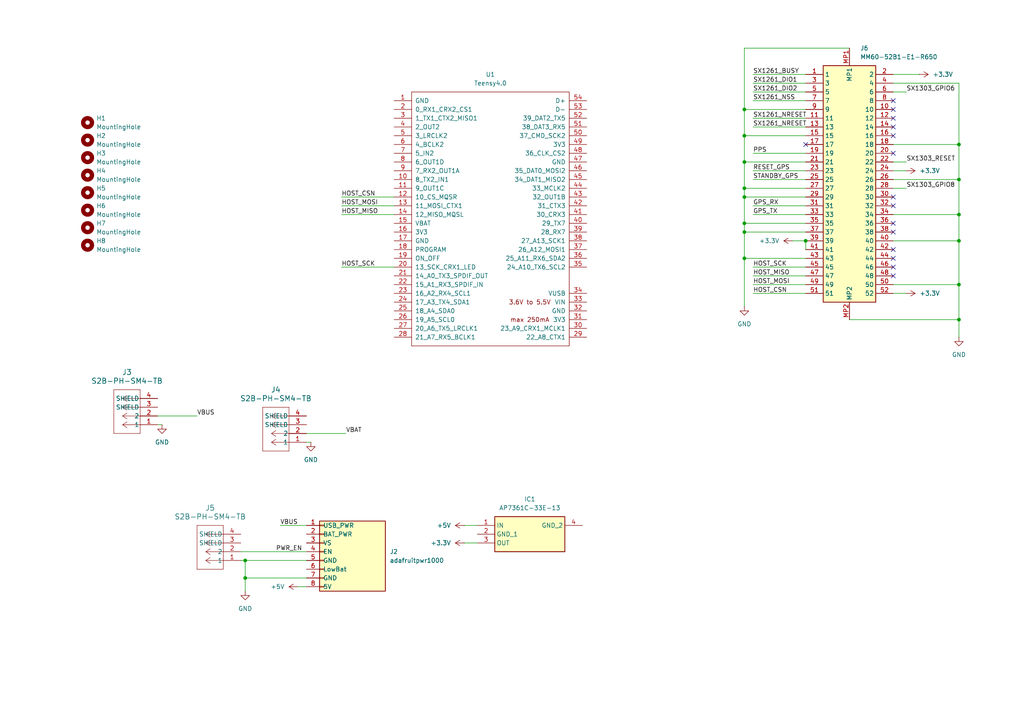
<source format=kicad_sch>
(kicad_sch (version 20250114) (generator "eeschema") (generator_version "9.0")
  (paper "A4")
  (lib_symbols
    (symbol "AP7361C-33E-13:AP7361C-33E-13"
      (property "Reference" "IC" (at 26.67 7.62 0))
      (property "Value" "AP7361C-33E-13" (at 26.67 5.08 0))
      (symbol "AP7361C-33E-13_1_1"
        (rectangle (start 5.08 2.54) (end 25.4 -7.62) (stroke (width 0.254)) (fill (type background)))
        (pin passive line (at 0 0 0) (length 5.08) (name "IN") (number "1"))
        (pin passive line (at 0 -2.54 0) (length 5.08) (name "GND_1") (number "2"))
        (pin passive line (at 0 -5.08 0) (length 5.08) (name "OUT") (number "3"))
        (pin passive line (at 30.48 0 180) (length 5.08) (name "GND_2") (number "4"))
      )
    )
    (symbol "JST PH 2pin:S2B-PH-SM4-TB" (pin_names (offset 0.254))
      (property "Reference" "J" (at 8.89 6.35 0))
      (property "Value" "S2B-PH-SM4-TB" (at 0 0 0))
      (symbol "S2B-PH-SM4-TB_1_1"
        (polyline (pts (xy 5.08 2.54) (xy 5.08 -10.16)) (stroke (width 0.127)))
        (polyline (pts (xy 5.08 -10.16) (xy 12.7 -10.16)) (stroke (width 0.127)))
        (polyline (pts (xy 10.16 0) (xy 5.08 0)) (stroke (width 0.127)))
        (polyline (pts (xy 10.16 0) (xy 8.89 0.8467)) (stroke (width 0.127)))
        (polyline (pts (xy 10.16 0) (xy 8.89 -0.8467)) (stroke (width 0.127)))
        (polyline (pts (xy 10.16 -2.54) (xy 5.08 -2.54)) (stroke (width 0.127)))
        (polyline (pts (xy 10.16 -2.54) (xy 8.89 -1.6933)) (stroke (width 0.127)))
        (polyline (pts (xy 10.16 -2.54) (xy 8.89 -3.3867)) (stroke (width 0.127)))
        (polyline (pts (xy 10.16 -5.08) (xy 5.08 -5.08)) (stroke (width 0.127)))
        (polyline (pts (xy 10.16 -5.08) (xy 8.89 -4.2333)) (stroke (width 0.127)))
        (polyline (pts (xy 10.16 -5.08) (xy 8.89 -5.9267)) (stroke (width 0.127)))
        (polyline (pts (xy 10.16 -7.62) (xy 5.08 -7.62)) (stroke (width 0.127)))
        (polyline (pts (xy 10.16 -7.62) (xy 8.89 -6.7733)) (stroke (width 0.127)))
        (polyline (pts (xy 10.16 -7.62) (xy 8.89 -8.4667)) (stroke (width 0.127)))
        (polyline (pts (xy 12.7 2.54) (xy 5.08 2.54)) (stroke (width 0.127)))
        (polyline (pts (xy 12.7 -10.16) (xy 12.7 2.54)) (stroke (width 0.127)))
        (pin unspecified line (at 0 0 0) (length 5.08) (name "1") (number "1"))
        (pin unspecified line (at 0 -2.54 0) (length 5.08) (name "2") (number "2"))
        (pin unspecified line (at 0 -5.08 0) (length 5.08) (name "SHIELD") (number "3"))
        (pin unspecified line (at 0 -7.62 0) (length 5.08) (name "SHIELD") (number "4"))
      )
      (symbol "S2B-PH-SM4-TB_1_2"
        (polyline (pts (xy 5.08 2.54) (xy 5.08 -10.16)) (stroke (width 0.127)))
        (polyline (pts (xy 5.08 -10.16) (xy 12.7 -10.16)) (stroke (width 0.127)))
        (polyline (pts (xy 7.62 0) (xy 5.08 0)) (stroke (width 0.127)))
        (polyline (pts (xy 7.62 0) (xy 8.89 0.8467)) (stroke (width 0.127)))
        (polyline (pts (xy 7.62 0) (xy 8.89 -0.8467)) (stroke (width 0.127)))
        (polyline (pts (xy 7.62 -2.54) (xy 5.08 -2.54)) (stroke (width 0.127)))
        (polyline (pts (xy 7.62 -2.54) (xy 8.89 -1.6933)) (stroke (width 0.127)))
        (polyline (pts (xy 7.62 -2.54) (xy 8.89 -3.3867)) (stroke (width 0.127)))
        (polyline (pts (xy 7.62 -5.08) (xy 5.08 -5.08)) (stroke (width 0.127)))
        (polyline (pts (xy 7.62 -5.08) (xy 8.89 -4.2333)) (stroke (width 0.127)))
        (polyline (pts (xy 7.62 -5.08) (xy 8.89 -5.9267)) (stroke (width 0.127)))
        (polyline (pts (xy 7.62 -7.62) (xy 5.08 -7.62)) (stroke (width 0.127)))
        (polyline (pts (xy 7.62 -7.62) (xy 8.89 -6.7733)) (stroke (width 0.127)))
        (polyline (pts (xy 7.62 -7.62) (xy 8.89 -8.4667)) (stroke (width 0.127)))
        (polyline (pts (xy 12.7 2.54) (xy 5.08 2.54)) (stroke (width 0.127)))
        (polyline (pts (xy 12.7 -10.16) (xy 12.7 2.54)) (stroke (width 0.127)))
        (pin unspecified line (at 0 0 0) (length 5.08) (name "1") (number "1"))
        (pin unspecified line (at 0 -2.54 0) (length 5.08) (name "2") (number "2"))
        (pin unspecified line (at 0 -5.08 0) (length 5.08) (name "SHIELD") (number "3"))
        (pin unspecified line (at 0 -7.62 0) (length 5.08) (name "SHIELD") (number "4"))
      )
    )
    (symbol "MM60-52B1-E1-R650:MM60-52B1-E1-R650"
      (property "Reference" "J" (at 74.93 12.7 0))
      (property "Value" "MM60-52B1-E1-R650" (at 74.93 10.16 0))
      (symbol "MM60-52B1-E1-R650_1_1"
        (rectangle (start 5.08 7.62) (end 73.66 -7.62) (stroke (width 0.254)) (fill (type background)))
        (pin passive line (at 0 0 0) (length 5.08) (name "MP1") (number "MP1"))
        (pin passive line (at 7.62 12.7 270) (length 5.08) (name "2") (number "2"))
        (pin passive line (at 7.62 -12.7 90) (length 5.08) (name "1") (number "1"))
        (pin passive line (at 10.16 12.7 270) (length 5.08) (name "4") (number "4"))
        (pin passive line (at 10.16 -12.7 90) (length 5.08) (name "3") (number "3"))
        (pin passive line (at 12.7 12.7 270) (length 5.08) (name "6") (number "6"))
        (pin passive line (at 12.7 -12.7 90) (length 5.08) (name "5") (number "5"))
        (pin passive line (at 15.24 12.7 270) (length 5.08) (name "8") (number "8"))
        (pin passive line (at 15.24 -12.7 90) (length 5.08) (name "7") (number "7"))
        (pin passive line (at 17.78 12.7 270) (length 5.08) (name "10") (number "10"))
        (pin passive line (at 17.78 -12.7 90) (length 5.08) (name "9") (number "9"))
        (pin passive line (at 20.32 12.7 270) (length 5.08) (name "12") (number "12"))
        (pin passive line (at 20.32 -12.7 90) (length 5.08) (name "11") (number "11"))
        (pin passive line (at 22.86 12.7 270) (length 5.08) (name "14") (number "14"))
        (pin passive line (at 22.86 -12.7 90) (length 5.08) (name "13") (number "13"))
        (pin passive line (at 25.4 12.7 270) (length 5.08) (name "16") (number "16"))
        (pin passive line (at 25.4 -12.7 90) (length 5.08) (name "15") (number "15"))
        (pin passive line (at 27.94 12.7 270) (length 5.08) (name "18") (number "18"))
        (pin passive line (at 27.94 -12.7 90) (length 5.08) (name "17") (number "17"))
        (pin passive line (at 30.48 12.7 270) (length 5.08) (name "20") (number "20"))
        (pin passive line (at 30.48 -12.7 90) (length 5.08) (name "19") (number "19"))
        (pin passive line (at 33.02 12.7 270) (length 5.08) (name "22") (number "22"))
        (pin passive line (at 33.02 -12.7 90) (length 5.08) (name "21") (number "21"))
        (pin passive line (at 35.56 12.7 270) (length 5.08) (name "24") (number "24"))
        (pin passive line (at 35.56 -12.7 90) (length 5.08) (name "23") (number "23"))
        (pin passive line (at 38.1 12.7 270) (length 5.08) (name "26") (number "26"))
        (pin passive line (at 38.1 -12.7 90) (length 5.08) (name "25") (number "25"))
        (pin passive line (at 40.64 12.7 270) (length 5.08) (name "28") (number "28"))
        (pin passive line (at 40.64 -12.7 90) (length 5.08) (name "27") (number "27"))
        (pin passive line (at 43.18 12.7 270) (length 5.08) (name "30") (number "30"))
        (pin passive line (at 43.18 -12.7 90) (length 5.08) (name "29") (number "29"))
        (pin passive line (at 45.72 12.7 270) (length 5.08) (name "32") (number "32"))
        (pin passive line (at 45.72 -12.7 90) (length 5.08) (name "31") (number "31"))
        (pin passive line (at 48.26 12.7 270) (length 5.08) (name "34") (number "34"))
        (pin passive line (at 48.26 -12.7 90) (length 5.08) (name "33") (number "33"))
        (pin passive line (at 50.8 12.7 270) (length 5.08) (name "36") (number "36"))
        (pin passive line (at 50.8 -12.7 90) (length 5.08) (name "35") (number "35"))
        (pin passive line (at 53.34 12.7 270) (length 5.08) (name "38") (number "38"))
        (pin passive line (at 53.34 -12.7 90) (length 5.08) (name "37") (number "37"))
        (pin passive line (at 55.88 12.7 270) (length 5.08) (name "40") (number "40"))
        (pin passive line (at 55.88 -12.7 90) (length 5.08) (name "39") (number "39"))
        (pin passive line (at 58.42 12.7 270) (length 5.08) (name "42") (number "42"))
        (pin passive line (at 58.42 -12.7 90) (length 5.08) (name "41") (number "41"))
        (pin passive line (at 60.96 12.7 270) (length 5.08) (name "44") (number "44"))
        (pin passive line (at 60.96 -12.7 90) (length 5.08) (name "43") (number "43"))
        (pin passive line (at 63.5 12.7 270) (length 5.08) (name "46") (number "46"))
        (pin passive line (at 63.5 -12.7 90) (length 5.08) (name "45") (number "45"))
        (pin passive line (at 66.04 12.7 270) (length 5.08) (name "48") (number "48"))
        (pin passive line (at 66.04 -12.7 90) (length 5.08) (name "47") (number "47"))
        (pin passive line (at 68.58 12.7 270) (length 5.08) (name "50") (number "50"))
        (pin passive line (at 68.58 -12.7 90) (length 5.08) (name "49") (number "49"))
        (pin passive line (at 71.12 12.7 270) (length 5.08) (name "52") (number "52"))
        (pin passive line (at 71.12 -12.7 90) (length 5.08) (name "51") (number "51"))
        (pin passive line (at 78.74 0 180) (length 5.08) (name "MP2") (number "MP2"))
      )
    )
    (symbol "Mechanical:MountingHole" (pin_names (offset 1.016)) (exclude_from_sim yes) (in_bom no)
      (property "Reference" "H" (at 0 5.08 0))
      (property "Value" "MountingHole" (at 0 3.175 0))
      (symbol "MountingHole_0_1"
        (circle (center 0 0) (radius 1.27) (stroke (width 1.27)))
      )
    )
    (symbol "adafruit_power1000:adafruitpwr1000" (pin_names (offset 1.016))
      (property "Reference" "J" (at 1.27 16.51 0))
      (property "Value" "adafruitpwr1000" (at 0 -12.7 0))
      (symbol "adafruitpwr1000_1_1"
        (rectangle (start 0 15.24) (end 19.05 -5.08) (stroke (width 0.254)) (fill (type background)))
        (rectangle (start 0 14.097) (end 1.27 13.843) (stroke (width 0.1524)))
        (rectangle (start 0 11.557) (end 1.27 11.303) (stroke (width 0.1524)))
        (rectangle (start 0 9.017) (end 1.27 8.763) (stroke (width 0.1524)))
        (rectangle (start 0 6.477) (end 1.27 6.223) (stroke (width 0.1524)))
        (rectangle (start 0 3.937) (end 1.27 3.683) (stroke (width 0.1524)))
        (rectangle (start 0 1.397) (end 1.27 1.143) (stroke (width 0.1524)))
        (rectangle (start 0 -1.143) (end 1.27 -1.397) (stroke (width 0.1524)))
        (rectangle (start 0 -3.683) (end 1.27 -3.937) (stroke (width 0.1524)))
        (text private "USB" (at 3.556 13.97 0) (effects (font (size 1.27 1.27))))
        (text private "BAT" (at 3.556 11.43 0) (effects (font (size 1.27 1.27))))
        (text private "VS" (at 3.556 8.89 0) (effects (font (size 1.27 1.27))))
        (text private "EN" (at 3.556 6.35 0) (effects (font (size 1.27 1.27))))
        (text private "GND" (at 3.556 3.81 0) (effects (font (size 1.27 1.27))))
        (text private "LBO" (at 3.556 1.27 0) (effects (font (size 1.27 1.27))))
        (text private "GND" (at 3.556 -1.27 0) (effects (font (size 1.27 1.27))))
        (text private "5V" (at 3.556 -3.81 0) (effects (font (size 1.27 1.27))))
        (pin power_in line (at -3.81 13.97 0) (length 3.81) (name "USB_PWR") (number "1"))
        (pin power_in line (at -3.81 11.43 0) (length 3.81) (name "BAT_PWR") (number "2"))
        (pin power_out line (at -3.81 8.89 0) (length 3.81) (name "VS") (number "3"))
        (pin bidirectional line (at -3.81 6.35 0) (length 3.81) (name "EN") (number "4"))
        (pin power_in line (at -3.81 3.81 0) (length 3.81) (name "GND") (number "5"))
        (pin output line (at -3.81 1.27 0) (length 3.81) (name "LowBat") (number "6"))
        (pin power_in line (at -3.81 -1.27 0) (length 3.81) (name "GND") (number "7"))
        (pin power_out line (at -3.81 -3.81 0) (length 3.81) (name "5V") (number "8"))
      )
    )
    (symbol "power:+3.3V" (power) (pin_numbers (hide yes)) (pin_names (offset 0) (hide yes))
      (property "Value" "+3.3V" (at 0 3.556 0))
      (symbol "+3.3V_0_1"
        (polyline (pts (xy -0.762 1.27) (xy 0 2.54)))
        (polyline (pts (xy 0 2.54) (xy 0.762 1.27)))
        (polyline (pts (xy 0 0) (xy 0 2.54)))
      )
      (symbol "+3.3V_1_1"
        (pin power_in line (at 0 0 90) (length 0) (name "~") (number "1"))
      )
    )
    (symbol "power:+5V" (power) (pin_numbers (hide yes)) (pin_names (offset 0) (hide yes))
      (property "Value" "+5V" (at 0 3.556 0))
      (symbol "+5V_0_1"
        (polyline (pts (xy -0.762 1.27) (xy 0 2.54)))
        (polyline (pts (xy 0 2.54) (xy 0.762 1.27)))
        (polyline (pts (xy 0 0) (xy 0 2.54)))
      )
      (symbol "+5V_1_1"
        (pin power_in line (at 0 0 90) (length 0) (name "~") (number "1"))
      )
    )
    (symbol "power:GND" (power) (pin_numbers (hide yes)) (pin_names (offset 0) (hide yes))
      (property "Value" "GND" (at 0 -3.81 0))
      (symbol "GND_0_1"
        (polyline (pts (xy 0 0) (xy 0 -1.27) (xy 1.27 -1.27) (xy 0 -2.54) (xy -1.27 -1.27) (xy 0 -1.27)))
      )
      (symbol "GND_1_1"
        (pin power_in line (at 0 0 270) (length 0) (name "~") (number "1"))
      )
    )
    (symbol "receiverBoard:mountinghole4mm" (pin_names (offset 1.016)) (exclude_from_sim yes) (in_bom no)
      (property "Reference" "H5" (at 2.54 1.2701 0))
      (property "Value" "mountinghole4mm" (at 2.54 -1.2699 0))
      (symbol "mountinghole4mm_0_1"
        (circle (center 0 0) (radius 1.27) (stroke (width 1.27)))
      )
    )
    (symbol "teensy:Teensy4.0" (pin_names (offset 1.016))
      (property "Reference" "U" (at 0 39.37 0))
      (property "Value" "Teensy4.0" (at 0 -39.37 0))
      (symbol "Teensy4.0_0_0"
        (text "3.6V to 5.5V" (at 11.43 -24.13 0) (effects (font (size 1.27 1.27))))
        (text "max 250mA" (at 11.43 -29.21 0) (effects (font (size 1.27 1.27))))
        (pin bidirectional line (at -27.94 24.13 0) (length 5.08) (name "3_LRCLK2") (number "5"))
        (pin bidirectional line (at -27.94 21.59 0) (length 5.08) (name "4_BCLK2") (number "6"))
        (pin bidirectional line (at -27.94 19.05 0) (length 5.08) (name "5_IN2") (number "7"))
        (pin bidirectional line (at -27.94 16.51 0) (length 5.08) (name "6_OUT1D") (number "8"))
        (pin bidirectional line (at -27.94 13.97 0) (length 5.08) (name "7_RX2_OUT1A") (number "9"))
        (pin bidirectional line (at -27.94 11.43 0) (length 5.08) (name "8_TX2_IN1") (number "10"))
        (pin bidirectional line (at -27.94 8.89 0) (length 5.08) (name "9_OUT1C") (number "11"))
        (pin bidirectional line (at -27.94 6.35 0) (length 5.08) (name "10_CS_MQSR") (number "12"))
        (pin bidirectional line (at -27.94 3.81 0) (length 5.08) (name "11_MOSI_CTX1") (number "13"))
        (pin bidirectional line (at -27.94 1.27 0) (length 5.08) (name "12_MISO_MQSL") (number "14"))
        (pin power_in line (at -27.94 -1.27 0) (length 5.08) (name "VBAT") (number "15"))
        (pin power_in line (at -27.94 -3.81 0) (length 5.08) (name "3V3") (number "16"))
        (pin power_in line (at -27.94 -6.35 0) (length 5.08) (name "GND") (number "17"))
        (pin input line (at -27.94 -8.89 0) (length 5.08) (name "PROGRAM") (number "18"))
        (pin input line (at -27.94 -11.43 0) (length 5.08) (name "ON_OFF") (number "19"))
        (pin bidirectional line (at -27.94 -13.97 0) (length 5.08) (name "13_SCK_CRX1_LED") (number "20"))
        (pin bidirectional line (at -27.94 -16.51 0) (length 5.08) (name "14_A0_TX3_SPDIF_OUT") (number "21"))
        (pin bidirectional line (at -27.94 -19.05 0) (length 5.08) (name "15_A1_RX3_SPDIF_IN") (number "22"))
        (pin bidirectional line (at -27.94 -21.59 0) (length 5.08) (name "16_A2_RX4_SCL1") (number "23"))
        (pin bidirectional line (at -27.94 -24.13 0) (length 5.08) (name "17_A3_TX4_SDA1") (number "24"))
        (pin bidirectional line (at -27.94 -26.67 0) (length 5.08) (name "18_A4_SDA0") (number "25"))
        (pin bidirectional line (at -27.94 -29.21 0) (length 5.08) (name "19_A5_SCL0") (number "26"))
        (pin bidirectional line (at -27.94 -31.75 0) (length 5.08) (name "20_A6_TX5_LRCLK1") (number "27"))
        (pin bidirectional line (at -27.94 -34.29 0) (length 5.08) (name "21_A7_RX5_BCLK1") (number "28"))
        (pin bidirectional line (at 27.94 34.29 180) (length 5.08) (name "D+") (number "54"))
        (pin bidirectional line (at 27.94 31.75 180) (length 5.08) (name "D-") (number "53"))
        (pin bidirectional line (at 27.94 29.21 180) (length 5.08) (name "39_DAT2_TX5") (number "52"))
        (pin bidirectional line (at 27.94 26.67 180) (length 5.08) (name "38_DAT3_RX5") (number "51"))
        (pin bidirectional line (at 27.94 24.13 180) (length 5.08) (name "37_CMD_SCK2") (number "50"))
        (pin power_out line (at 27.94 21.59 180) (length 5.08) (name "3V3") (number "49"))
        (pin bidirectional line (at 27.94 19.05 180) (length 5.08) (name "36_CLK_CS2") (number "48"))
        (pin power_out line (at 27.94 16.51 180) (length 5.08) (name "GND") (number "47"))
        (pin bidirectional line (at 27.94 13.97 180) (length 5.08) (name "35_DAT0_MOSI2") (number "46"))
        (pin bidirectional line (at 27.94 11.43 180) (length 5.08) (name "34_DAT1_MISO2") (number "45"))
        (pin bidirectional line (at 27.94 8.89 180) (length 5.08) (name "33_MCLK2") (number "44"))
        (pin bidirectional line (at 27.94 6.35 180) (length 5.08) (name "32_OUT1B") (number "43"))
        (pin bidirectional line (at 27.94 3.81 180) (length 5.08) (name "31_CTX3") (number "42"))
        (pin bidirectional line (at 27.94 1.27 180) (length 5.08) (name "30_CRX3") (number "41"))
        (pin bidirectional line (at 27.94 -1.27 180) (length 5.08) (name "29_TX7") (number "40"))
        (pin bidirectional line (at 27.94 -3.81 180) (length 5.08) (name "28_RX7") (number "39"))
        (pin bidirectional line (at 27.94 -6.35 180) (length 5.08) (name "27_A13_SCK1") (number "38"))
        (pin bidirectional line (at 27.94 -8.89 180) (length 5.08) (name "26_A12_MOSI1") (number "37"))
        (pin bidirectional line (at 27.94 -11.43 180) (length 5.08) (name "25_A11_RX6_SDA2") (number "36"))
        (pin bidirectional line (at 27.94 -13.97 180) (length 5.08) (name "24_A10_TX6_SCL2") (number "35"))
        (pin power_out line (at 27.94 -21.59 180) (length 5.08) (name "VUSB") (number "34"))
        (pin power_in line (at 27.94 -24.13 180) (length 5.08) (name "VIN") (number "33"))
        (pin power_in line (at 27.94 -26.67 180) (length 5.08) (name "GND") (number "32"))
        (pin power_out line (at 27.94 -29.21 180) (length 5.08) (name "3V3") (number "31"))
        (pin bidirectional line (at 27.94 -31.75 180) (length 5.08) (name "23_A9_CRX1_MCLK1") (number "30"))
        (pin bidirectional line (at 27.94 -34.29 180) (length 5.08) (name "22_A8_CTX1") (number "29"))
      )
      (symbol "Teensy4.0_0_1"
        (rectangle (start -22.86 36.83) (end 22.86 -36.83))
        (rectangle (start -20.32 -31.75) (end -20.32 -31.75))
      )
      (symbol "Teensy4.0_1_1"
        (pin power_in line (at -27.94 34.29 0) (length 5.08) (name "GND") (number "1"))
        (pin bidirectional line (at -27.94 31.75 0) (length 5.08) (name "0_RX1_CRX2_CS1") (number "2"))
        (pin bidirectional line (at -27.94 29.21 0) (length 5.08) (name "1_TX1_CTX2_MISO1") (number "3"))
        (pin bidirectional line (at -27.94 26.67 0) (length 5.08) (name "2_OUT2") (number "4"))
      )
    )
  )
  (junction (at 278.13 92.71))
  (junction (at 278.13 82.55))
  (junction (at 215.9 67.31))
  (junction (at 278.13 62.23))
  (junction (at 278.13 41.91))
  (junction (at 71.12 167.64))
  (junction (at 278.13 69.85))
  (junction (at 215.9 57.15))
  (junction (at 215.9 46.99))
  (junction (at 215.9 74.93))
  (junction (at 233.68 69.85))
  (junction (at 278.13 52.07))
  (junction (at 215.9 31.75))
  (junction (at 71.12 162.56))
  (junction (at 215.9 54.61))
  (junction (at 215.9 64.77))
  (junction (at 215.9 39.37))
  (no_connect (at 259.08 64.77))
  (no_connect (at 259.08 34.29))
  (no_connect (at 259.08 44.45))
  (no_connect (at 259.08 29.21))
  (no_connect (at 259.08 59.69))
  (no_connect (at 259.08 57.15))
  (no_connect (at 259.08 31.75))
  (no_connect (at 259.08 36.83))
  (no_connect (at 259.08 77.47))
  (no_connect (at 259.08 67.31))
  (no_connect (at 259.08 72.39))
  (no_connect (at 233.68 41.91))
  (no_connect (at 259.08 39.37))
  (no_connect (at 259.08 74.93))
  (no_connect (at 259.08 80.01))
  (wire (pts (xy 218.44 82.55) (xy 233.68 82.55)))
  (wire (pts (xy 99.06 62.23) (xy 114.3 62.23)))
  (wire (pts (xy 246.38 13.97) (xy 215.9 13.97)))
  (wire (pts (xy 81.28 152.4) (xy 88.9 152.4)))
  (wire (pts (xy 218.44 34.29) (xy 233.68 34.29)))
  (wire (pts (xy 259.08 52.07) (xy 278.13 52.07)))
  (wire (pts (xy 134.62 152.4) (xy 138.43 152.4)))
  (wire (pts (xy 259.08 24.13) (xy 278.13 24.13)))
  (wire (pts (xy 218.44 52.07) (xy 233.68 52.07)))
  (wire (pts (xy 259.08 54.61) (xy 262.89 54.61)))
  (wire (pts (xy 218.44 85.09) (xy 233.68 85.09)))
  (wire (pts (xy 259.08 26.67) (xy 262.89 26.67)))
  (wire (pts (xy 45.72 120.65) (xy 57.15 120.65)))
  (wire (pts (xy 218.44 44.45) (xy 233.68 44.45)))
  (wire (pts (xy 218.44 77.47) (xy 233.68 77.47)))
  (wire (pts (xy 229.87 69.85) (xy 233.68 69.85)))
  (wire (pts (xy 233.68 74.93) (xy 215.9 74.93)))
  (wire (pts (xy 259.08 82.55) (xy 278.13 82.55)))
  (wire (pts (xy 278.13 97.79) (xy 278.13 92.71)))
  (wire (pts (xy 45.72 123.19) (xy 46.99 123.19)))
  (wire (pts (xy 218.44 21.59) (xy 233.68 21.59)))
  (wire (pts (xy 215.9 74.93) (xy 215.9 67.31)))
  (wire (pts (xy 259.08 85.09) (xy 262.89 85.09)))
  (wire (pts (xy 215.9 13.97) (xy 215.9 31.75)))
  (wire (pts (xy 88.9 167.64) (xy 71.12 167.64)))
  (wire (pts (xy 99.06 59.69) (xy 114.3 59.69)))
  (wire (pts (xy 233.68 39.37) (xy 215.9 39.37)))
  (wire (pts (xy 71.12 167.64) (xy 71.12 171.45)))
  (wire (pts (xy 259.08 69.85) (xy 278.13 69.85)))
  (wire (pts (xy 99.06 57.15) (xy 114.3 57.15)))
  (wire (pts (xy 259.08 62.23) (xy 278.13 62.23)))
  (wire (pts (xy 233.68 64.77) (xy 215.9 64.77)))
  (wire (pts (xy 215.9 46.99) (xy 215.9 39.37)))
  (wire (pts (xy 69.85 162.56) (xy 71.12 162.56)))
  (wire (pts (xy 215.9 54.61) (xy 215.9 46.99)))
  (wire (pts (xy 259.08 49.53) (xy 262.89 49.53)))
  (wire (pts (xy 88.9 125.73) (xy 100.33 125.73)))
  (wire (pts (xy 218.44 26.67) (xy 233.68 26.67)))
  (wire (pts (xy 215.9 57.15) (xy 215.9 54.61)))
  (wire (pts (xy 218.44 62.23) (xy 233.68 62.23)))
  (wire (pts (xy 246.38 92.71) (xy 278.13 92.71)))
  (wire (pts (xy 215.9 31.75) (xy 233.68 31.75)))
  (wire (pts (xy 218.44 29.21) (xy 233.68 29.21)))
  (wire (pts (xy 278.13 52.07) (xy 278.13 41.91)))
  (wire (pts (xy 259.08 41.91) (xy 278.13 41.91)))
  (wire (pts (xy 215.9 67.31) (xy 215.9 64.77)))
  (wire (pts (xy 259.08 21.59) (xy 266.7 21.59)))
  (wire (pts (xy 233.68 57.15) (xy 215.9 57.15)))
  (wire (pts (xy 86.36 170.18) (xy 88.9 170.18)))
  (wire (pts (xy 215.9 31.75) (xy 215.9 39.37)))
  (wire (pts (xy 233.68 46.99) (xy 215.9 46.99)))
  (wire (pts (xy 259.08 46.99) (xy 262.89 46.99)))
  (wire (pts (xy 233.68 54.61) (xy 215.9 54.61)))
  (wire (pts (xy 278.13 62.23) (xy 278.13 52.07)))
  (wire (pts (xy 233.68 67.31) (xy 215.9 67.31)))
  (wire (pts (xy 218.44 24.13) (xy 233.68 24.13)))
  (wire (pts (xy 278.13 69.85) (xy 278.13 82.55)))
  (wire (pts (xy 215.9 88.9) (xy 215.9 74.93)))
  (wire (pts (xy 218.44 36.83) (xy 233.68 36.83)))
  (wire (pts (xy 278.13 69.85) (xy 278.13 62.23)))
  (wire (pts (xy 278.13 41.91) (xy 278.13 24.13)))
  (wire (pts (xy 278.13 92.71) (xy 278.13 82.55)))
  (wire (pts (xy 71.12 162.56) (xy 71.12 167.64)))
  (wire (pts (xy 99.06 77.47) (xy 114.3 77.47)))
  (wire (pts (xy 218.44 59.69) (xy 233.68 59.69)))
  (wire (pts (xy 218.44 80.01) (xy 233.68 80.01)))
  (wire (pts (xy 88.9 128.27) (xy 90.17 128.27)))
  (wire (pts (xy 233.68 69.85) (xy 233.68 72.39)))
  (wire (pts (xy 69.85 160.02) (xy 88.9 160.02)))
  (wire (pts (xy 215.9 64.77) (xy 215.9 57.15)))
  (wire (pts (xy 218.44 49.53) (xy 233.68 49.53)))
  (wire (pts (xy 134.62 157.48) (xy 138.43 157.48)))
  (wire (pts (xy 88.9 162.56) (xy 71.12 162.56)))
  (label "HOST_MISO" (at 218.44 80.01 0))
  (label "HOST_MISO" (at 99.06 62.23 0))
  (label "STANDBY_GPS" (at 218.44 52.07 0))
  (label "PPS" (at 218.44 44.45 0))
  (label "SX1261_NRESET" (at 218.44 36.83 0))
  (label "SX1303_RESET" (at 262.89 46.99 0))
  (label "SX1303_GPIO8" (at 262.89 54.61 0))
  (label "HOST_CSN" (at 218.44 85.09 0))
  (label "RESET_GPS" (at 218.44 49.53 0))
  (label "HOST_SCK" (at 218.44 77.47 0))
  (label "SX1261_NSS" (at 218.44 29.21 0))
  (label "VBUS" (at 81.28 152.4 0))
  (label "HOST_MOSI" (at 218.44 82.55 0))
  (label "HOST_CSN" (at 99.06 57.15 0))
  (label "GPS_RX" (at 218.44 59.69 0))
  (label "GPS_TX" (at 218.44 62.23 0))
  (label "VBUS" (at 57.15 120.65 0))
  (label "SX1261_NRESET" (at 218.44 34.29 0))
  (label "SX1261_BUSY" (at 218.44 21.59 0))
  (label "SX1261_DIO2" (at 218.44 26.67 0))
  (label "VBAT" (at 100.33 125.73 0))
  (label "HOST_SCK" (at 99.06 77.47 0))
  (label "SX1261_DIO1" (at 218.44 24.13 0))
  (label "PWR_EN" (at 80.01 160.02 0))
  (label "SX1303_GPIO6" (at 262.89 26.67 0))
  (label "HOST_MOSI" (at 99.06 59.69 0))
  (symbol (lib_id "adafruit_power1000:adafruitpwr1000") (at 92.71 166.37 0) (unit 1)
    (property "Reference" "J2" (at 113.03 160.0199 0) (effects (justify left)))
    (property "Value" "adafruitpwr1000" (at 113.03 162.5599 0) (effects (justify left)))
    (property "Footprint" "adafruit:adafruit powerboost 1000 5pinpads" (effects (hide yes)))
  )
  (symbol (lib_id "power:+5V") (at 86.36 170.18 90) (unit 1)
    (property "Reference" "#PWR01" (effects (hide yes)))
    (property "Value" "+5V" (at 82.55 170.1801 90) (effects (justify left)))
    (property "Description" "Power symbol creates a global label with name \"+5V\"" (effects (hide yes)))
  )
  (symbol (lib_id "JST PH 2pin:S2B-PH-SM4-TB") (at 69.85 162.56 180) (unit 1)
    (property "Reference" "J5" (at 60.96 147.32 0) (effects (font (size 1.524 1.524))))
    (property "Value" "S2B-PH-SM4-TB" (at 60.96 149.86 0) (effects (font (size 1.524 1.524))))
    (property "Footprint" "JST2pin:CONN_S2B-PH-SM4-TB_JST_mod2" (effects (hide yes)))
    (property "Datasheet" "S2B-PH-SM4-TB(LF)(SN)" (effects (hide yes)))
  )
  (symbol (lib_id "power:GND") (at 215.9 88.9 0) (unit 1)
    (property "Reference" "#PWR04" (effects (hide yes)))
    (property "Value" "GND" (at 215.9 93.98 0))
    (property "Description" "Power symbol creates a global label with name \"GND\" , ground" (effects (hide yes)))
  )
  (symbol (lib_id "power:GND") (at 71.12 171.45 0) (unit 1)
    (property "Reference" "#PWR02" (effects (hide yes)))
    (property "Value" "GND" (at 71.12 176.53 0))
    (property "Description" "Power symbol creates a global label with name \"GND\" , ground" (effects (hide yes)))
  )
  (symbol (lib_id "power:GND") (at 90.17 128.27 0) (unit 1)
    (property "Reference" "#PWR29" (effects (hide yes)))
    (property "Value" "GND" (at 90.17 133.35 0))
    (property "Description" "Power symbol creates a global label with name \"GND\" , ground" (effects (hide yes)))
  )
  (symbol (lib_id "Mechanical:MountingHole") (at 25.4 45.72 0) (unit 1) (exclude_from_sim yes) (in_bom no)
    (property "Reference" "H3" (at 27.94 44.4499 0) (effects (justify left)))
    (property "Value" "MountingHole" (at 27.94 46.9899 0) (effects (justify left)))
    (property "Footprint" "receiverBoard:mountinghole3mm" (effects (hide yes)))
    (property "Description" "Mounting Hole without connection" (effects (hide yes)))
  )
  (symbol (lib_id "Mechanical:MountingHole") (at 25.4 50.8 0) (unit 1) (exclude_from_sim yes) (in_bom no)
    (property "Reference" "H4" (at 27.94 49.5299 0) (effects (justify left)))
    (property "Value" "MountingHole" (at 27.94 52.0699 0) (effects (justify left)))
    (property "Footprint" "receiverBoard:mountinghole3mm" (effects (hide yes)))
    (property "Description" "Mounting Hole without connection" (effects (hide yes)))
  )
  (symbol (lib_id "power:GND") (at 278.13 97.79 0) (unit 1)
    (property "Reference" "#PWR07" (effects (hide yes)))
    (property "Value" "GND" (at 278.13 102.87 0))
    (property "Description" "Power symbol creates a global label with name \"GND\" , ground" (effects (hide yes)))
  )
  (symbol (lib_id "receiverBoard:mountinghole4mm") (at 25.4 55.88 0) (unit 1) (exclude_from_sim yes) (in_bom no)
    (property "Reference" "H5" (at 27.94 54.6099 0) (effects (justify left)))
    (property "Value" "MountingHole" (at 27.94 57.1499 0) (effects (justify left)))
    (property "Footprint" "TF:MountingHole_4mm_t4" (effects (hide yes)))
    (property "Description" "Mounting Hole without connection" (effects (hide yes)))
  )
  (symbol (lib_id "power:+3.3V") (at 262.89 85.09 270) (unit 1)
    (property "Reference" "#PWR09" (effects (hide yes)))
    (property "Value" "+3.3V" (at 266.7 85.0899 90) (effects (justify left)))
    (property "Description" "Power symbol creates a global label with name \"+3.3V\"" (effects (hide yes)))
  )
  (symbol (lib_id "teensy:Teensy4.0") (at 142.24 63.5 0) (unit 1)
    (property "Reference" "U1" (at 142.24 21.59 0))
    (property "Value" "Teensy4.0" (at 142.24 24.13 0))
    (property "Footprint" "teensy:Teensy40_smd_mod_receiver" (effects (hide yes)))
  )
  (symbol (lib_id "power:+3.3V") (at 134.62 157.48 90) (unit 1)
    (property "Reference" "#PWR019" (effects (hide yes)))
    (property "Value" "+3.3V" (at 130.81 157.4799 90) (effects (justify left)))
    (property "Description" "Power symbol creates a global label with name \"+3.3V\"" (effects (hide yes)))
  )
  (symbol (lib_id "power:+3.3V") (at 266.7 21.59 270) (unit 1)
    (property "Reference" "#PWR06" (effects (hide yes)))
    (property "Value" "+3.3V" (at 270.51 21.5899 90) (effects (justify left)))
    (property "Description" "Power symbol creates a global label with name \"+3.3V\"" (effects (hide yes)))
  )
  (symbol (lib_id "power:+5V") (at 134.62 152.4 90) (unit 1)
    (property "Reference" "#PWR018" (effects (hide yes)))
    (property "Value" "+5V" (at 130.81 152.4001 90) (effects (justify left)))
    (property "Description" "Power symbol creates a global label with name \"+5V\"" (effects (hide yes)))
  )
  (symbol (lib_id "Mechanical:MountingHole") (at 25.4 35.56 0) (unit 1) (exclude_from_sim yes) (in_bom no)
    (property "Reference" "H1" (at 27.94 34.2899 0) (effects (justify left)))
    (property "Value" "MountingHole" (at 27.94 36.8299 0) (effects (justify left)))
    (property "Footprint" "receiverBoard:mountinghole3mm" (effects (hide yes)))
    (property "Description" "Mounting Hole without connection" (effects (hide yes)))
  )
  (symbol (lib_id "power:+3.3V") (at 229.87 69.85 90) (unit 1)
    (property "Reference" "#PWR05" (effects (hide yes)))
    (property "Value" "+3.3V" (at 226.06 69.8499 90) (effects (justify left)))
    (property "Description" "Power symbol creates a global label with name \"+3.3V\"" (effects (hide yes)))
  )
  (symbol (lib_id "Mechanical:MountingHole") (at 25.4 66.04 0) (unit 1) (exclude_from_sim yes) (in_bom no)
    (property "Reference" "H7" (at 27.94 64.7699 0) (effects (justify left)))
    (property "Value" "MountingHole" (at 27.94 67.3099 0) (effects (justify left)))
    (property "Footprint" "receiverBoard:mountinghole4mm" (effects (hide yes)))
    (property "Description" "Mounting Hole without connection" (effects (hide yes)))
  )
  (symbol (lib_id "Mechanical:MountingHole") (at 25.4 60.96 0) (unit 1) (exclude_from_sim yes) (in_bom no)
    (property "Reference" "H6" (at 27.94 59.6899 0) (effects (justify left)))
    (property "Value" "MountingHole" (at 27.94 62.2299 0) (effects (justify left)))
    (property "Footprint" "receiverBoard:mountinghole4mm" (effects (hide yes)))
    (property "Description" "Mounting Hole without connection" (effects (hide yes)))
  )
  (symbol (lib_id "MM60-52B1-E1-R650:MM60-52B1-E1-R650") (at 246.38 13.97 270) (unit 1)
    (property "Reference" "J6" (at 249.4981 13.97 90) (effects (justify left)))
    (property "Value" "MM60-52B1-E1-R650" (at 249.4981 16.51 90) (effects (justify left)))
    (property "Footprint" "MM6052B1E1R650" (effects (hide yes)))
    (property "Datasheet" "https://www.mouser.in/datasheet/2/206/JAEIS03536_1-2550299.pdf" (effects (hide yes)))
    (property "Description" "Compatible with automatic mounting, PCI Express Mini Card compatible connector, 52, Connector" (effects (hide yes)))
    (property "Height" "5.9" (effects (hide yes)))
    (property "Mouser Part Number" "656-MM60-52B1-E1-R" (effects (hide yes)))
    (property "Mouser Price/Stock" "https://www.mouser.co.uk/ProductDetail/JAE-Electronics/MM60-52B1-E1-R650?qs=ql1K%252BkDau3r92%252B6uml49TA%3D%3D" (effects (hide yes)))
    (property "Manufacturer_Name" "JAE" (effects (hide yes)))
    (property "Manufacturer_Part_Number" "MM60-52B1-E1-R650" (effects (hide yes)))
  )
  (symbol (lib_id "Mechanical:MountingHole") (at 25.4 71.12 0) (unit 1) (exclude_from_sim yes) (in_bom no)
    (property "Reference" "H8" (at 27.94 69.8499 0) (effects (justify left)))
    (property "Value" "MountingHole" (at 27.94 72.3899 0) (effects (justify left)))
    (property "Footprint" "receiverBoard:mountinghole4mm" (effects (hide yes)))
    (property "Description" "Mounting Hole without connection" (effects (hide yes)))
  )
  (symbol (lib_id "JST PH 2pin:S2B-PH-SM4-TB") (at 88.9 128.27 180) (unit 1)
    (property "Reference" "J4" (at 80.01 113.03 0) (effects (font (size 1.524 1.524))))
    (property "Value" "S2B-PH-SM4-TB" (at 80.01 115.57 0) (effects (font (size 1.524 1.524))))
    (property "Footprint" "JST2pin:CONN_S2B-PH-SM4-TB_JST_mod2" (effects (hide yes)))
    (property "Datasheet" "S2B-PH-SM4-TB(LF)(SN)" (effects (hide yes)))
  )
  (symbol (lib_id "power:+3.3V") (at 262.89 49.53 270) (unit 1)
    (property "Reference" "#PWR08" (effects (hide yes)))
    (property "Value" "+3.3V" (at 266.7 49.5299 90) (effects (justify left)))
    (property "Description" "Power symbol creates a global label with name \"+3.3V\"" (effects (hide yes)))
  )
  (symbol (lib_id "AP7361C-33E-13:AP7361C-33E-13") (at 138.43 152.4 0) (unit 1)
    (property "Reference" "IC1" (at 153.67 144.78 0))
    (property "Value" "AP7361C-33E-13" (at 153.67 147.32 0))
    (property "Footprint" "AP7361C33E13" (effects (hide yes)))
    (property "Datasheet" "https://www.diodes.com//assets/Datasheets/AP7361C.pdf" (effects (hide yes)))
    (property "Description" "Linear Voltage Regulator IC Positive Fixed 1 Output 1A SOT-223-3" (effects (hide yes)))
    (property "Height" "1.8" (effects (hide yes)))
    (property "Mouser Part Number" "621-AP7361C-33E-13" (effects (hide yes)))
    (property "Mouser Price/Stock" "https://www.mouser.co.uk/ProductDetail/Diodes-Incorporated/AP7361C-33E-13?qs=X421pCAdHWeIInddOHvgmw%3D%3D" (effects (hide yes)))
    (property "Manufacturer_Name" "Diodes Incorporated" (effects (hide yes)))
    (property "Manufacturer_Part_Number" "AP7361C-33E-13" (effects (hide yes)))
  )
  (symbol (lib_id "JST PH 2pin:S2B-PH-SM4-TB") (at 45.72 123.19 180) (unit 1)
    (property "Reference" "J3" (at 36.83 107.95 0) (effects (font (size 1.524 1.524))))
    (property "Value" "S2B-PH-SM4-TB" (at 36.83 110.49 0) (effects (font (size 1.524 1.524))))
    (property "Footprint" "JST2pin:CONN_S2B-PH-SM4-TB_JST_mod2" (effects (hide yes)))
    (property "Datasheet" "S2B-PH-SM4-TB(LF)(SN)" (effects (hide yes)))
    (property "Description" "USB_POWER" (effects (hide yes)))
  )
  (symbol (lib_id "Mechanical:MountingHole") (at 25.4 40.64 0) (unit 1) (exclude_from_sim yes) (in_bom no)
    (property "Reference" "H2" (at 27.94 39.3699 0) (effects (justify left)))
    (property "Value" "MountingHole" (at 27.94 41.9099 0) (effects (justify left)))
    (property "Footprint" "receiverBoard:mountinghole3mm" (effects (hide yes)))
    (property "Description" "Mounting Hole without connection" (effects (hide yes)))
  )
  (symbol (lib_id "power:GND") (at 46.99 123.19 0) (unit 1)
    (property "Reference" "#PWR03" (effects (hide yes)))
    (property "Value" "GND" (at 46.99 128.27 0))
    (property "Description" "Power symbol creates a global label with name \"GND\" , ground" (effects (hide yes)))
  )
)
</source>
